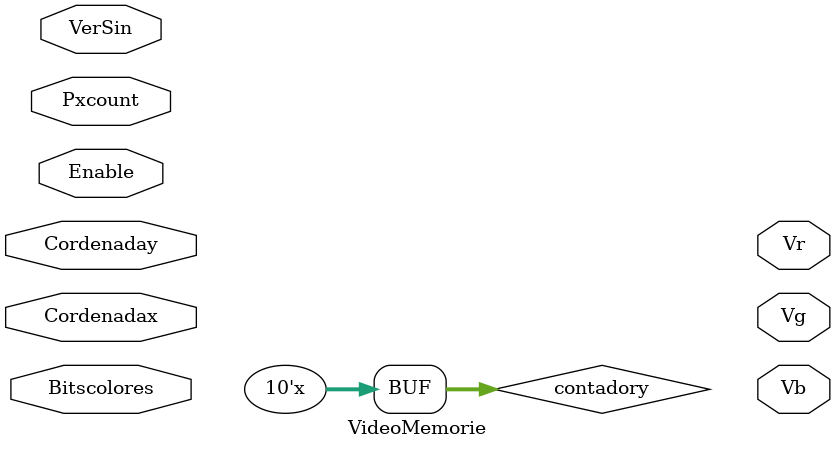
<source format=v>
`timescale 1ns / 1ps
module VideoMemorie(
    input [11:0] Bitscolores,
    input Cordenadax,
	 input Cordenaday,
	 input Enable,
    input Pxcount,
	 input VerSin,
    output Vr,
    output Vb,
    output Vg
    );

reg [9:0] contadorx;
reg [9:0] contadory;

always @(Enable)
	begin
	

	end	 

always @(Pxcount)
	begin
	contadorx<= contadorx + 1;
	if(contadorx==800)
		begin
		contadorx <= 0;
		contadory <= contadory + 1;
		end	
	end 

endmodule

</source>
